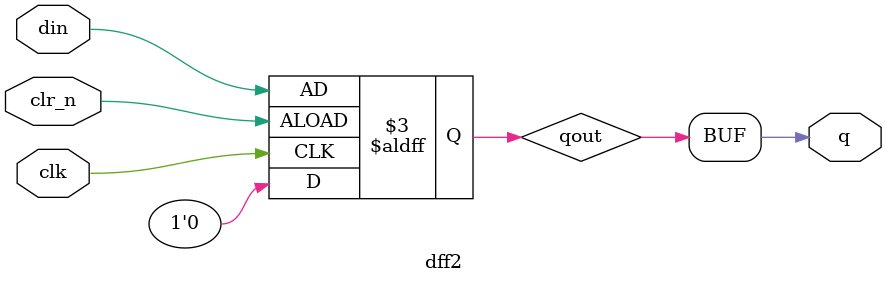
<source format=v>
/********************************************************************************
*   D style flip flop.  Only includes an active-low async CLR input             *
********************************************************************************/
module  dff2 (
    input   clk,
    input   clr_n,
    input   din,
    output  q);

    reg     qout;
    
always @(posedge clk or posedge clr_n)
    begin
        if(!clr_n) begin
                qout <= 1'b0;
            end
        else begin
                qout <= din;
            end
    end
assign q = qout;

endmodule 


</source>
